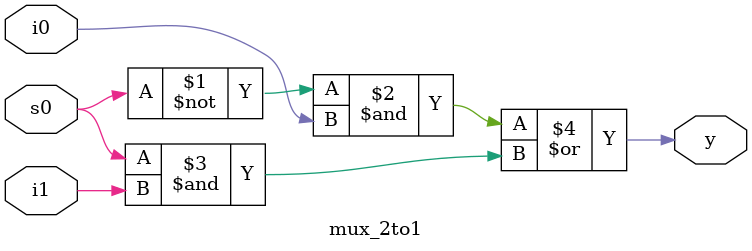
<source format=v>
module mux_2to1 (input i0,i1,s0,output y);
assign y= (~s0 & i0) | (s0 & i1);
endmodule 

</source>
